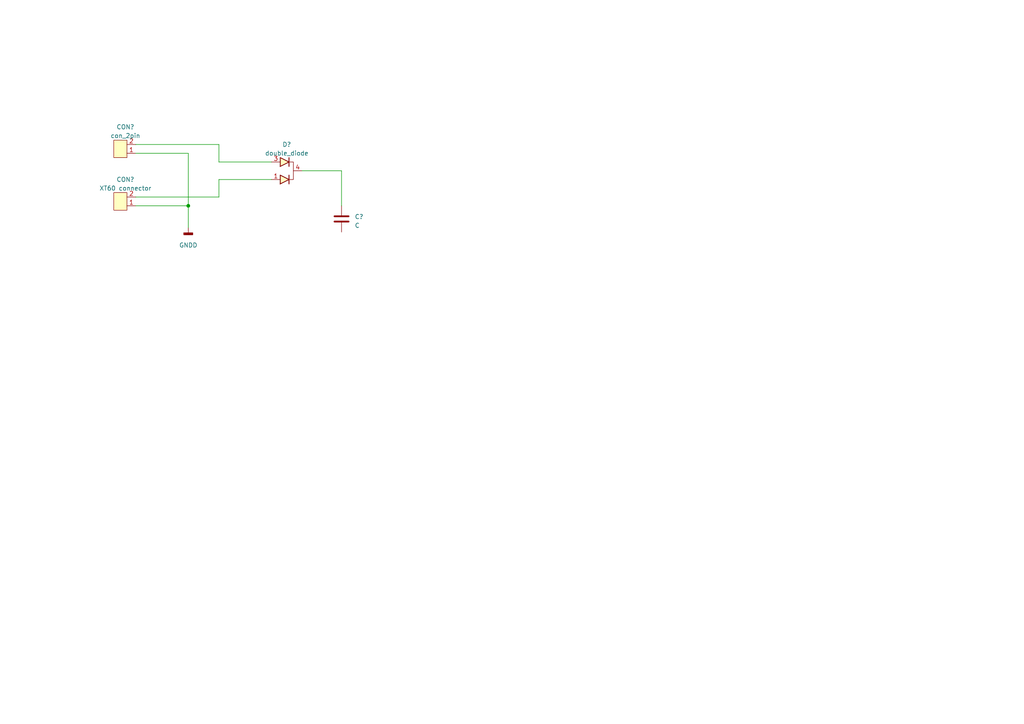
<source format=kicad_sch>
(kicad_sch (version 20210406) (generator eeschema)
  (paper "A4")
  (lib_symbols
    (symbol "Device:C" (pin_numbers hide) (pin_names (offset 0.254))
      (property "Reference" "C" (at 0.635 2.54 0))
      (property "Value" "C" (at 0.635 -2.54 0))
      (symbol "C_0_1"
        (polyline (pts (xy -2.032 -0.762) (xy 2.032 -0.762)) (stroke (width 0.508)))
        (polyline (pts (xy -2.032 0.762) (xy 2.032 0.762)) (stroke (width 0.508)))
      )
      (symbol "C_1_1"
        (pin passive line (at 0 3.81 270) (length 2.794) (name "~") (number "1"))
        (pin passive line (at 0 -3.81 90) (length 2.794) (name "~") (number "2"))
      )
    )
    (symbol "Halfgelijders:double_diode" (pin_names (offset 1.016))
      (property "Reference" "D" (at 8.89 8.89 0))
      (property "Value" "double_diode" (at 0 8.89 0))
      (symbol "double_diode_0_1"
        (polyline (pts (xy -2.54 -1.27) (xy -2.54 0) (xy 2.54 0) (xy 2.54 -1.27)))
      )
      (symbol "double_diode_1_1"
        (polyline (pts (xy -1.27 -1.27) (xy -3.81 -1.27)) (stroke (width 0.254)))
        (polyline (pts (xy 3.81 -1.27) (xy 1.27 -1.27)) (stroke (width 0.254)))
        (polyline (pts (xy -1.27 -3.81) (xy -3.81 -3.81) (xy -2.54 -1.27) (xy -1.27 -3.81)) (stroke (width 0.254)) (fill (type background)))
        (polyline (pts (xy 3.81 -3.81) (xy 1.27 -3.81) (xy 2.54 -1.27) (xy 3.81 -3.81)) (stroke (width 0.254)) (fill (type background)))
        (pin input line (at 2.54 -6.35 90) (length 2.54) (name "~") (number "1"))
        (pin no_connect line (at 0 2.54 270) (length 2.54) hide (name "~") (number "2"))
        (pin input line (at -2.54 -6.35 90) (length 2.54) (name "~") (number "3"))
        (pin input line (at 0 2.54 270) (length 2.54) (name "~") (number "4"))
      )
    )
    (symbol "conectors:con_2pin" (pin_names (offset 1.016))
      (property "Reference" "CON" (at 3.81 0 90))
      (property "Value" "con_2pin" (at 1.27 3.81 0))
      (symbol "con_2pin_1_1"
        (rectangle (start -1.27 2.54) (end 2.54 -2.54) (fill (type background)))
        (pin unspecified line (at -3.81 1.27 0) (length 2.54) (name "~") (number "1"))
        (pin unspecified line (at -3.81 -1.27 0) (length 2.54) (name "~") (number "2"))
      )
    )
    (symbol "power:GNDD" (power) (pin_names (offset 0))
      (property "Value" "GNDD" (at 0 -3.175 0))
      (symbol "GNDD_0_1"
        (rectangle (start -1.27 -1.524) (end 1.27 -2.032) (stroke (width 0.254)) (fill (type outline)))
        (polyline (pts (xy 0 0) (xy 0 -1.524)))
      )
      (symbol "GNDD_1_1"
        (pin power_in line (at 0 0 270) (length 0) hide (name "GNDD") (number "1"))
      )
    )
  )
  (junction (at 54.61 59.69) (diameter 0.9144))
  (wire (pts (xy 39.37 44.45) (xy 54.61 44.45)))
  (wire (pts (xy 39.37 57.15) (xy 63.5 57.15)))
  (wire (pts (xy 39.37 59.69) (xy 54.61 59.69)))
  (wire (pts (xy 54.61 44.45) (xy 54.61 59.69)))
  (wire (pts (xy 54.61 59.69) (xy 54.61 66.04)))
  (wire (pts (xy 63.5 41.91) (xy 39.37 41.91)))
  (wire (pts (xy 63.5 46.99) (xy 63.5 41.91)))
  (wire (pts (xy 63.5 52.07) (xy 78.74 52.07)))
  (wire (pts (xy 63.5 57.15) (xy 63.5 52.07)))
  (wire (pts (xy 78.74 46.99) (xy 63.5 46.99)))
  (wire (pts (xy 99.06 49.53) (xy 87.63 49.53)))
  (wire (pts (xy 99.06 59.69) (xy 99.06 49.53)))
  (symbol (lib_id "power:GNDD") (at 54.61 66.04 0) (unit 1)
    (property "Reference" "#PWR?" (effects hide))
    (property "Value" "GNDD" (at 54.61 71.12 0))
  )
  (symbol (lib_id "conectors:con_2pin") (at 35.56 43.18 180) (unit 1)
    (property "Reference" "CON?" (at 36.3855 36.83 0))
    (property "Value" "con_2pin" (at 36.3855 39.37 0))
  )
  (symbol (lib_id "conectors:con_2pin") (at 35.56 58.42 180) (unit 1)
    (property "Reference" "CON?" (at 36.3855 52.07 0))
    (property "Value" "XT60 connector" (at 36.3855 54.61 0))
  )
  (symbol (lib_id "Device:C") (at 99.06 63.5 0) (unit 1)
    (property "Reference" "C?" (at 102.87 62.8649 0) (effects (justify left)))
    (property "Value" "C" (at 102.87 65.4049 0) (effects (justify left)))
  )
  (symbol (lib_id "Halfgelijders:double_diode") (at 85.09 49.53 270) (unit 1)
    (property "Reference" "D?" (at 83.185 41.91 90))
    (property "Value" "double_diode" (at 83.185 44.45 90))
  )
)
</source>
